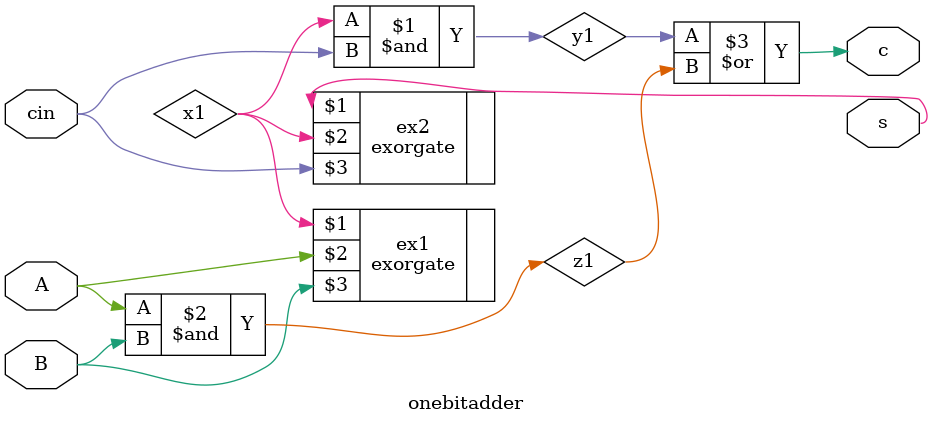
<source format=v>
`include "exorgate.v"

module onebitadder (
    output wire s,c,input wire A,B,cin
);
    wire x1,y1,z1;
    exorgate ex1(x1,A,B);
    exorgate ex2(s,x1,cin);
    and and1(y1,x1,cin);
    and and2(z1,A,B);
    or or1(c,y1,z1);

endmodule
</source>
